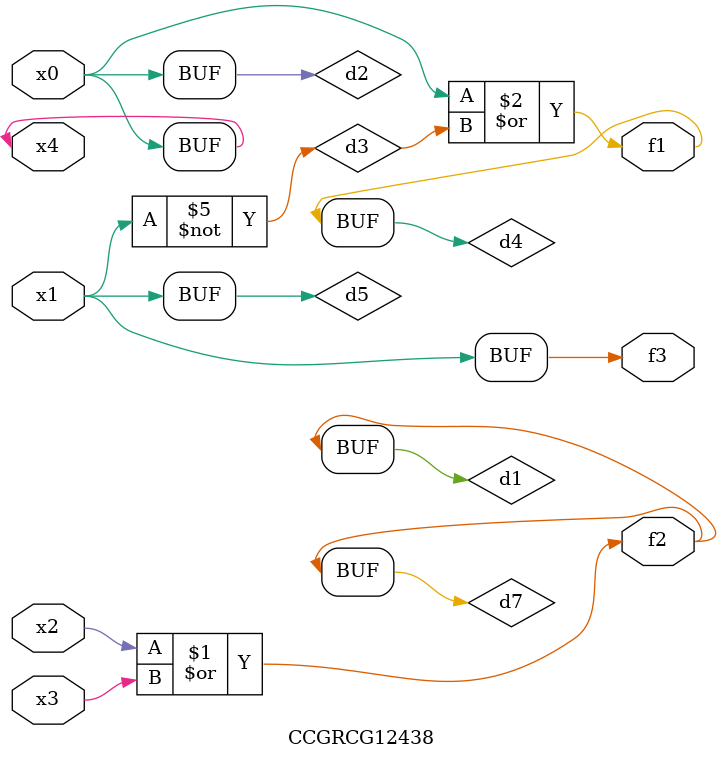
<source format=v>
module CCGRCG12438(
	input x0, x1, x2, x3, x4,
	output f1, f2, f3
);

	wire d1, d2, d3, d4, d5, d6, d7;

	or (d1, x2, x3);
	buf (d2, x0, x4);
	not (d3, x1);
	or (d4, d2, d3);
	not (d5, d3);
	nand (d6, d1, d3);
	or (d7, d1);
	assign f1 = d4;
	assign f2 = d7;
	assign f3 = d5;
endmodule

</source>
